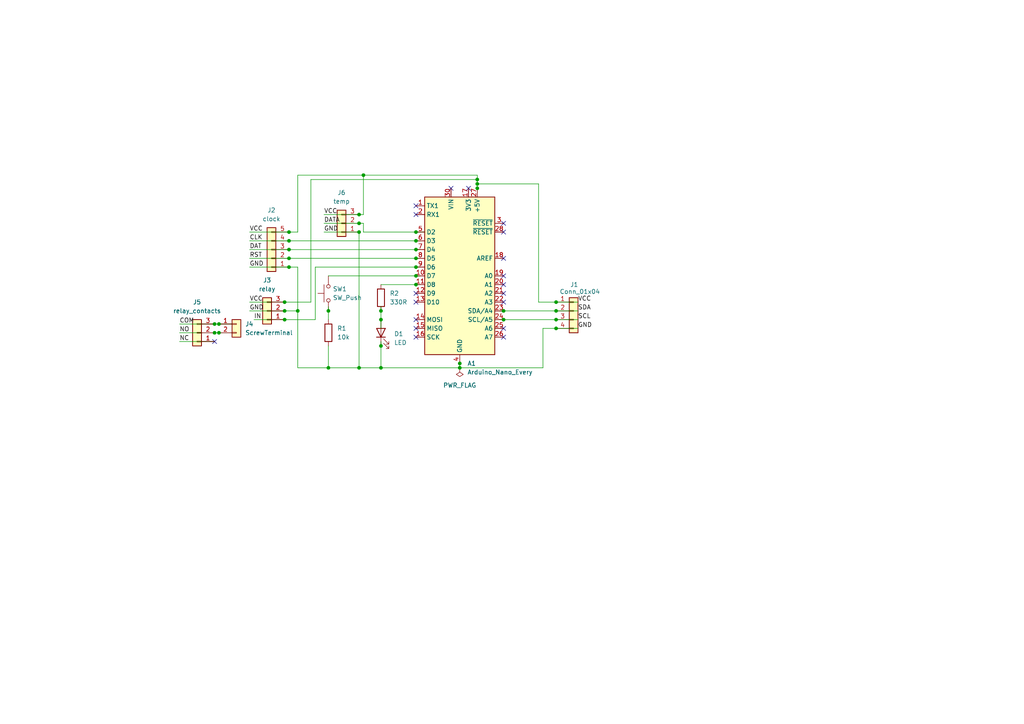
<source format=kicad_sch>
(kicad_sch (version 20231120) (generator "eeschema") (generator_version "8.0")
  (paper "A4")
  (lib_symbols
    (symbol "Connector_Generic:Conn_01x02" (pin_names (offset 1.016) hide)
      (property "Reference" "J" (at 0 2.54 0))
      (property "Value" "Conn_01x02" (at 0 -5.08 0))
      (symbol "Conn_01x02_1_1"
        (rectangle (start -1.27 -2.413) (end 0 -2.667) (stroke (width 0.1524)))
        (rectangle (start -1.27 0.127) (end 0 -0.127) (stroke (width 0.1524)))
        (rectangle (start -1.27 1.27) (end 1.27 -3.81) (stroke (width 0.254)) (fill (type background)))
        (pin passive line (at -5.08 0 0) (length 3.81) (name "Pin_1") (number "1"))
        (pin passive line (at -5.08 -2.54 0) (length 3.81) (name "Pin_2") (number "2"))
      )
    )
    (symbol "Connector_Generic:Conn_01x03" (pin_names (offset 1.016) hide)
      (property "Reference" "J" (at 0 5.08 0))
      (property "Value" "Conn_01x03" (at 0 -5.08 0))
      (symbol "Conn_01x03_1_1"
        (rectangle (start -1.27 -2.413) (end 0 -2.667) (stroke (width 0.1524)))
        (rectangle (start -1.27 0.127) (end 0 -0.127) (stroke (width 0.1524)))
        (rectangle (start -1.27 2.667) (end 0 2.413) (stroke (width 0.1524)))
        (rectangle (start -1.27 3.81) (end 1.27 -3.81) (stroke (width 0.254)) (fill (type background)))
        (pin passive line (at -5.08 2.54 0) (length 3.81) (name "Pin_1") (number "1"))
        (pin passive line (at -5.08 0 0) (length 3.81) (name "Pin_2") (number "2"))
        (pin passive line (at -5.08 -2.54 0) (length 3.81) (name "Pin_3") (number "3"))
      )
    )
    (symbol "Connector_Generic:Conn_01x04" (pin_names (offset 1.016) hide)
      (property "Reference" "J" (at 0 5.08 0))
      (property "Value" "Conn_01x04" (at 0 -7.62 0))
      (symbol "Conn_01x04_1_1"
        (rectangle (start -1.27 -4.953) (end 0 -5.207) (stroke (width 0.1524)))
        (rectangle (start -1.27 -2.413) (end 0 -2.667) (stroke (width 0.1524)))
        (rectangle (start -1.27 0.127) (end 0 -0.127) (stroke (width 0.1524)))
        (rectangle (start -1.27 2.667) (end 0 2.413) (stroke (width 0.1524)))
        (rectangle (start -1.27 3.81) (end 1.27 -6.35) (stroke (width 0.254)) (fill (type background)))
        (pin passive line (at -5.08 2.54 0) (length 3.81) (name "Pin_1") (number "1"))
        (pin passive line (at -5.08 0 0) (length 3.81) (name "Pin_2") (number "2"))
        (pin passive line (at -5.08 -2.54 0) (length 3.81) (name "Pin_3") (number "3"))
        (pin passive line (at -5.08 -5.08 0) (length 3.81) (name "Pin_4") (number "4"))
      )
    )
    (symbol "Connector_Generic:Conn_01x05" (pin_names (offset 1.016) hide)
      (property "Reference" "J" (at 0 7.62 0))
      (property "Value" "Conn_01x05" (at 0 -7.62 0))
      (symbol "Conn_01x05_1_1"
        (rectangle (start -1.27 -4.953) (end 0 -5.207) (stroke (width 0.1524)))
        (rectangle (start -1.27 -2.413) (end 0 -2.667) (stroke (width 0.1524)))
        (rectangle (start -1.27 0.127) (end 0 -0.127) (stroke (width 0.1524)))
        (rectangle (start -1.27 2.667) (end 0 2.413) (stroke (width 0.1524)))
        (rectangle (start -1.27 5.207) (end 0 4.953) (stroke (width 0.1524)))
        (rectangle (start -1.27 6.35) (end 1.27 -6.35) (stroke (width 0.254)) (fill (type background)))
        (pin passive line (at -5.08 5.08 0) (length 3.81) (name "Pin_1") (number "1"))
        (pin passive line (at -5.08 2.54 0) (length 3.81) (name "Pin_2") (number "2"))
        (pin passive line (at -5.08 0 0) (length 3.81) (name "Pin_3") (number "3"))
        (pin passive line (at -5.08 -2.54 0) (length 3.81) (name "Pin_4") (number "4"))
        (pin passive line (at -5.08 -5.08 0) (length 3.81) (name "Pin_5") (number "5"))
      )
    )
    (symbol "Device:LED" (pin_numbers hide) (pin_names (offset 1.016) hide)
      (property "Reference" "D" (at 0 2.54 0))
      (property "Value" "LED" (at 0 -2.54 0))
      (symbol "LED_0_1"
        (polyline (pts (xy -1.27 -1.27) (xy -1.27 1.27)) (stroke (width 0.254)))
        (polyline (pts (xy -1.27 0) (xy 1.27 0)))
        (polyline (pts (xy 1.27 -1.27) (xy 1.27 1.27) (xy -1.27 0) (xy 1.27 -1.27)) (stroke (width 0.254)))
        (polyline (pts (xy -3.048 -0.762) (xy -4.572 -2.286) (xy -3.81 -2.286) (xy -4.572 -2.286) (xy -4.572 -1.524)))
        (polyline (pts (xy -1.778 -0.762) (xy -3.302 -2.286) (xy -2.54 -2.286) (xy -3.302 -2.286) (xy -3.302 -1.524)))
      )
      (symbol "LED_1_1"
        (pin passive line (at -3.81 0 0) (length 2.54) (name "K") (number "1"))
        (pin passive line (at 3.81 0 180) (length 2.54) (name "A") (number "2"))
      )
    )
    (symbol "Device:R" (pin_numbers hide) (pin_names (offset 0))
      (property "Reference" "R" (at 2.032 0 90))
      (property "Value" "R" (at 0 0 90))
      (symbol "R_0_1"
        (rectangle (start -1.016 -2.54) (end 1.016 2.54) (stroke (width 0.254)))
      )
      (symbol "R_1_1"
        (pin passive line (at 0 3.81 270) (length 1.27) (name "~") (number "1"))
        (pin passive line (at 0 -3.81 90) (length 1.27) (name "~") (number "2"))
      )
    )
    (symbol "MCU_Module:Arduino_Nano_Every"
      (property "Reference" "A" (at -10.16 23.495 0))
      (property "Value" "Arduino_Nano_Every" (at 5.08 -24.13 0))
      (symbol "Arduino_Nano_Every_0_1"
        (rectangle (start -10.16 22.86) (end 10.16 -22.86) (stroke (width 0.254)) (fill (type background)))
      )
      (symbol "Arduino_Nano_Every_1_1"
        (pin bidirectional line (at -12.7 20.32 0) (length 2.54) (name "TX1") (number "1"))
        (pin bidirectional line (at -12.7 0 0) (length 2.54) (name "D7") (number "10"))
        (pin bidirectional line (at -12.7 -2.54 0) (length 2.54) (name "D8") (number "11"))
        (pin bidirectional line (at -12.7 -5.08 0) (length 2.54) (name "D9") (number "12"))
        (pin bidirectional line (at -12.7 -7.62 0) (length 2.54) (name "D10") (number "13"))
        (pin bidirectional line (at -12.7 -12.7 0) (length 2.54) (name "MOSI") (number "14"))
        (pin bidirectional line (at -12.7 -15.24 0) (length 2.54) (name "MISO") (number "15"))
        (pin bidirectional line (at -12.7 -17.78 0) (length 2.54) (name "SCK") (number "16"))
        (pin power_out line (at 2.54 25.4 270) (length 2.54) (name "3V3") (number "17"))
        (pin input line (at 12.7 5.08 180) (length 2.54) (name "AREF") (number "18"))
        (pin bidirectional line (at 12.7 0 180) (length 2.54) (name "A0") (number "19"))
        (pin bidirectional line (at -12.7 17.78 0) (length 2.54) (name "RX1") (number "2"))
        (pin bidirectional line (at 12.7 -2.54 180) (length 2.54) (name "A1") (number "20"))
        (pin bidirectional line (at 12.7 -5.08 180) (length 2.54) (name "A2") (number "21"))
        (pin bidirectional line (at 12.7 -7.62 180) (length 2.54) (name "A3") (number "22"))
        (pin bidirectional line (at 12.7 -10.16 180) (length 2.54) (name "SDA/A4") (number "23"))
        (pin bidirectional line (at 12.7 -12.7 180) (length 2.54) (name "SCL/A5") (number "24"))
        (pin bidirectional line (at 12.7 -15.24 180) (length 2.54) (name "A6") (number "25"))
        (pin bidirectional line (at 12.7 -17.78 180) (length 2.54) (name "A7") (number "26"))
        (pin power_out line (at 5.08 25.4 270) (length 2.54) (name "+5V") (number "27"))
        (pin input line (at 12.7 12.7 180) (length 2.54) (name "~{RESET}") (number "28"))
        (pin passive line (at 0 -25.4 90) (length 2.54) hide (name "GND") (number "29"))
        (pin input line (at 12.7 15.24 180) (length 2.54) (name "~{RESET}") (number "3"))
        (pin power_in line (at -2.54 25.4 270) (length 2.54) (name "VIN") (number "30"))
        (pin power_in line (at 0 -25.4 90) (length 2.54) (name "GND") (number "4"))
        (pin bidirectional line (at -12.7 12.7 0) (length 2.54) (name "D2") (number "5"))
        (pin bidirectional line (at -12.7 10.16 0) (length 2.54) (name "D3") (number "6"))
        (pin bidirectional line (at -12.7 7.62 0) (length 2.54) (name "D4") (number "7"))
        (pin bidirectional line (at -12.7 5.08 0) (length 2.54) (name "D5") (number "8"))
        (pin bidirectional line (at -12.7 2.54 0) (length 2.54) (name "D6") (number "9"))
      )
    )
    (symbol "Switch:SW_Push" (pin_numbers hide) (pin_names (offset 1.016) hide)
      (property "Reference" "SW" (at 1.27 2.54 0))
      (property "Value" "SW_Push" (at 0 -1.524 0))
      (symbol "SW_Push_0_1"
        (circle (center -2.032 0) (radius 0.508))
        (polyline (pts (xy 0 1.27) (xy 0 3.048)))
        (polyline (pts (xy 2.54 1.27) (xy -2.54 1.27)))
        (circle (center 2.032 0) (radius 0.508))
        (pin passive line (at -5.08 0 0) (length 2.54) (name "1") (number "1"))
        (pin passive line (at 5.08 0 180) (length 2.54) (name "2") (number "2"))
      )
    )
    (symbol "power:PWR_FLAG" (power) (pin_numbers hide) (pin_names (offset 0) hide)
      (property "Value" "PWR_FLAG" (at 0 3.81 0))
      (symbol "PWR_FLAG_0_0"
        (pin power_out line (at 0 0 90) (length 0) (name "~") (number "1"))
      )
      (symbol "PWR_FLAG_0_1"
        (polyline (pts (xy 0 0) (xy 0 1.27) (xy -1.016 1.905) (xy 0 2.54) (xy 1.016 1.905) (xy 0 1.27)))
      )
    )
  )
  (junction (at 120.65 80.01))
  (junction (at 138.43 54.61))
  (junction (at 62.23 93.98))
  (junction (at 110.49 92.71))
  (junction (at 110.49 106.68))
  (junction (at 83.82 69.85))
  (junction (at 104.14 67.31))
  (junction (at 105.41 50.8))
  (junction (at 62.23 96.52))
  (junction (at 82.55 92.71))
  (junction (at 82.55 87.63))
  (junction (at 120.65 82.55))
  (junction (at 104.14 62.23))
  (junction (at 104.14 64.77))
  (junction (at 83.82 67.31))
  (junction (at 83.82 74.93))
  (junction (at 161.29 92.71))
  (junction (at 95.25 90.17))
  (junction (at 104.14 106.68))
  (junction (at 63.5 93.98))
  (junction (at 110.49 90.17))
  (junction (at 138.43 53.34))
  (junction (at 133.35 105.41))
  (junction (at 161.29 95.25))
  (junction (at 138.43 52.07))
  (junction (at 82.55 90.17))
  (junction (at 161.29 87.63))
  (junction (at 83.82 77.47))
  (junction (at 146.05 92.71))
  (junction (at 120.65 69.85))
  (junction (at 161.29 90.17))
  (junction (at 146.05 90.17))
  (junction (at 120.65 74.93))
  (junction (at 120.65 67.31))
  (junction (at 133.35 106.68))
  (junction (at 86.36 90.17))
  (junction (at 110.49 100.33))
  (junction (at 120.65 77.47))
  (junction (at 95.25 106.68))
  (junction (at 120.65 72.39))
  (junction (at 83.82 72.39))
  (junction (at 63.5 96.52))
  (no_connect (at 146.05 97.79))
  (no_connect (at 146.05 85.09))
  (no_connect (at 120.65 85.09))
  (no_connect (at 146.05 64.77))
  (no_connect (at 62.23 99.06))
  (no_connect (at 146.05 80.01))
  (no_connect (at 120.65 95.25))
  (no_connect (at 146.05 82.55))
  (no_connect (at 120.65 62.23))
  (no_connect (at 146.05 67.31))
  (no_connect (at 146.05 95.25))
  (no_connect (at 130.81 54.61))
  (no_connect (at 120.65 87.63))
  (no_connect (at 120.65 92.71))
  (no_connect (at 146.05 87.63))
  (no_connect (at 135.89 54.61))
  (no_connect (at 146.05 74.93))
  (no_connect (at 120.65 97.79))
  (no_connect (at 120.65 59.69))
  (wire (pts (xy 104.14 106.68) (xy 110.49 106.68)))
  (wire (pts (xy 120.65 74.93) (xy 121.92 74.93)))
  (wire (pts (xy 93.98 62.23) (xy 104.14 62.23)))
  (wire (pts (xy 110.49 90.17) (xy 110.49 92.71)))
  (wire (pts (xy 72.39 74.93) (xy 83.82 74.93)))
  (wire (pts (xy 105.41 67.31) (xy 120.65 67.31)))
  (wire (pts (xy 62.23 93.98) (xy 63.5 93.98)))
  (wire (pts (xy 86.36 50.8) (xy 105.41 50.8)))
  (wire (pts (xy 157.48 106.68) (xy 157.48 95.25)))
  (wire (pts (xy 110.49 99.06) (xy 110.49 100.33)))
  (wire (pts (xy 156.21 87.63) (xy 156.21 53.34)))
  (wire (pts (xy 91.44 92.71) (xy 91.44 77.47)))
  (wire (pts (xy 95.25 90.17) (xy 95.25 92.71)))
  (wire (pts (xy 72.39 67.31) (xy 83.82 67.31)))
  (wire (pts (xy 120.65 77.47) (xy 121.92 77.47)))
  (wire (pts (xy 133.35 102.87) (xy 133.35 105.41)))
  (wire (pts (xy 110.49 82.55) (xy 120.65 82.55)))
  (wire (pts (xy 120.65 80.01) (xy 121.92 80.01)))
  (wire (pts (xy 138.43 50.8) (xy 138.43 52.07)))
  (wire (pts (xy 86.36 106.68) (xy 95.25 106.68)))
  (wire (pts (xy 104.14 67.31) (xy 104.14 106.68)))
  (wire (pts (xy 63.5 93.98) (xy 67.31 93.98)))
  (wire (pts (xy 82.55 92.71) (xy 91.44 92.71)))
  (wire (pts (xy 161.29 87.63) (xy 156.21 87.63)))
  (wire (pts (xy 105.41 62.23) (xy 105.41 50.8)))
  (wire (pts (xy 62.23 96.52) (xy 63.5 96.52)))
  (wire (pts (xy 157.48 95.25) (xy 161.29 95.25)))
  (wire (pts (xy 146.05 90.17) (xy 161.29 90.17)))
  (wire (pts (xy 144.78 90.17) (xy 146.05 90.17)))
  (wire (pts (xy 161.29 87.63) (xy 167.64 87.63)))
  (wire (pts (xy 90.17 52.07) (xy 138.43 52.07)))
  (wire (pts (xy 120.65 72.39) (xy 121.92 72.39)))
  (wire (pts (xy 161.29 95.25) (xy 167.64 95.25)))
  (wire (pts (xy 82.55 87.63) (xy 90.17 87.63)))
  (wire (pts (xy 52.07 99.06) (xy 62.23 99.06)))
  (wire (pts (xy 83.82 72.39) (xy 120.65 72.39)))
  (wire (pts (xy 52.07 93.98) (xy 62.23 93.98)))
  (wire (pts (xy 146.05 92.71) (xy 161.29 92.71)))
  (wire (pts (xy 95.25 80.01) (xy 120.65 80.01)))
  (wire (pts (xy 120.65 69.85) (xy 121.92 69.85)))
  (wire (pts (xy 63.5 96.52) (xy 67.31 96.52)))
  (wire (pts (xy 95.25 106.68) (xy 104.14 106.68)))
  (wire (pts (xy 95.25 88.9) (xy 95.25 90.17)))
  (wire (pts (xy 110.49 92.71) (xy 110.49 95.25)))
  (wire (pts (xy 133.35 105.41) (xy 133.35 106.68)))
  (wire (pts (xy 86.36 77.47) (xy 86.36 90.17)))
  (wire (pts (xy 120.65 82.55) (xy 121.92 82.55)))
  (wire (pts (xy 83.82 67.31) (xy 86.36 67.31)))
  (wire (pts (xy 82.55 90.17) (xy 86.36 90.17)))
  (wire (pts (xy 52.07 96.52) (xy 62.23 96.52)))
  (wire (pts (xy 161.29 90.17) (xy 167.64 90.17)))
  (wire (pts (xy 93.98 64.77) (xy 104.14 64.77)))
  (wire (pts (xy 104.14 62.23) (xy 105.41 62.23)))
  (wire (pts (xy 138.43 52.07) (xy 138.43 53.34)))
  (wire (pts (xy 138.43 54.61) (xy 138.43 55.88)))
  (wire (pts (xy 105.41 50.8) (xy 138.43 50.8)))
  (wire (pts (xy 91.44 77.47) (xy 120.65 77.47)))
  (wire (pts (xy 72.39 77.47) (xy 83.82 77.47)))
  (wire (pts (xy 105.41 64.77) (xy 105.41 67.31)))
  (wire (pts (xy 157.48 106.68) (xy 133.35 106.68)))
  (wire (pts (xy 72.39 72.39) (xy 83.82 72.39)))
  (wire (pts (xy 83.82 77.47) (xy 86.36 77.47)))
  (wire (pts (xy 72.39 90.17) (xy 82.55 90.17)))
  (wire (pts (xy 104.14 64.77) (xy 105.41 64.77)))
  (wire (pts (xy 120.65 67.31) (xy 123.19 67.31)))
  (wire (pts (xy 83.82 69.85) (xy 120.65 69.85)))
  (wire (pts (xy 83.82 74.93) (xy 120.65 74.93)))
  (wire (pts (xy 110.49 100.33) (xy 110.49 106.68)))
  (wire (pts (xy 156.21 53.34) (xy 138.43 53.34)))
  (wire (pts (xy 86.36 67.31) (xy 86.36 50.8)))
  (wire (pts (xy 86.36 90.17) (xy 86.36 106.68)))
  (wire (pts (xy 161.29 92.71) (xy 167.64 92.71)))
  (wire (pts (xy 72.39 87.63) (xy 82.55 87.63)))
  (wire (pts (xy 110.49 106.68) (xy 133.35 106.68)))
  (wire (pts (xy 93.98 67.31) (xy 104.14 67.31)))
  (wire (pts (xy 95.25 100.33) (xy 95.25 106.68)))
  (wire (pts (xy 144.78 92.71) (xy 146.05 92.71)))
  (wire (pts (xy 73.66 92.71) (xy 82.55 92.71)))
  (wire (pts (xy 90.17 87.63) (xy 90.17 52.07)))
  (wire (pts (xy 72.39 69.85) (xy 83.82 69.85)))
  (wire (pts (xy 138.43 53.34) (xy 138.43 54.61)))
  (wire (pts (xy 110.49 88.9) (xy 110.49 90.17)))
  (label "RST" (at 72.39 74.93 0))
  (label "GND" (at 72.39 90.17 0))
  (label "DAT" (at 72.39 72.39 0))
  (label "IN" (at 73.66 92.71 0))
  (label "VCC" (at 93.98 62.23 0))
  (label "GND" (at 93.98 67.31 0))
  (label "VCC" (at 72.39 87.63 0))
  (label "NC" (at 52.07 99.06 0))
  (label "VCC" (at 72.39 67.31 0))
  (label "VCC" (at 167.64 87.63 0))
  (label "DATA" (at 93.98 64.77 0))
  (label "GND" (at 72.39 77.47 0))
  (label "SCL" (at 167.64 92.71 0))
  (label "COM" (at 52.07 93.98 0))
  (label "GND" (at 167.64 95.25 0))
  (label "CLK" (at 72.39 69.85 0))
  (label "SDA" (at 167.64 90.17 0))
  (label "NO" (at 52.07 96.52 0))
  (symbol (lib_id "Device:R") (at 95.25 96.52 0) (unit 1)
    (property "Reference" "R1" (at 97.79 95.2499 0) (effects (justify left)))
    (property "Value" "10k" (at 97.79 97.7899 0) (effects (justify left)))
    (property "Footprint" "Resistor_THT:R_Axial_DIN0309_L9.0mm_D3.2mm_P2.54mm_Vertical" (effects (hide yes)))
    (property "Description" "Resistor" (effects (hide yes)))
  )
  (symbol (lib_id "Connector_Generic:Conn_01x03") (at 77.47 90.17 180) (unit 1)
    (property "Reference" "J3" (at 77.47 81.28 0))
    (property "Value" "relay" (at 77.47 83.82 0))
    (property "Footprint" "Connector_PinHeader_2.54mm:PinHeader_1x03_P2.54mm_Vertical" (effects (hide yes)))
    (property "Description" "Generic connector, single row, 01x03, script generated (kicad-library-utils/schlib/autogen/connector/)" (effects (hide yes)))
  )
  (symbol (lib_id "Device:R") (at 110.49 86.36 0) (unit 1)
    (property "Reference" "R2" (at 113.03 85.0899 0) (effects (justify left)))
    (property "Value" "330R" (at 113.03 87.6299 0) (effects (justify left)))
    (property "Footprint" "Resistor_THT:R_Axial_DIN0309_L9.0mm_D3.2mm_P2.54mm_Vertical" (effects (hide yes)))
    (property "Description" "Resistor" (effects (hide yes)))
  )
  (symbol (lib_id "Switch:SW_Push") (at 95.25 85.09 90) (unit 1)
    (property "Reference" "SW1" (at 96.52 83.8199 90) (effects (justify right)))
    (property "Value" "SW_Push" (at 96.52 86.3599 90) (effects (justify right)))
    (property "Footprint" "Button_Switch_THT:SW_PUSH_6mm" (effects (hide yes)))
    (property "Description" "Push button switch, generic, two pins" (effects (hide yes)))
  )
  (symbol (lib_id "Device:LED") (at 110.49 96.52 90) (unit 1)
    (property "Reference" "D1" (at 114.3 96.8374 90) (effects (justify right)))
    (property "Value" "LED" (at 114.3 99.3774 90) (effects (justify right)))
    (property "Footprint" "LED_THT:LED_D5.0mm" (effects (hide yes)))
    (property "Description" "Light emitting diode" (effects (hide yes)))
  )
  (symbol (lib_id "Connector_Generic:Conn_01x02") (at 68.58 93.98 0) (unit 1)
    (property "Reference" "J4" (at 71.12 93.9799 0) (effects (justify left)))
    (property "Value" "ScrewTerminal" (at 71.12 96.5199 0) (effects (justify left)))
    (property "Footprint" "Connector_PinHeader_2.54mm:PinHeader_1x02_P2.54mm_Vertical" (effects (hide yes)))
    (property "Description" "Generic connector, single row, 01x02, script generated (kicad-library-utils/schlib/autogen/connector/)" (effects (hide yes)))
  )
  (symbol (lib_id "power:PWR_FLAG") (at 133.35 106.68 180) (unit 1)
    (property "Reference" "#FLG01" (effects (hide yes)))
    (property "Value" "PWR_FLAG" (at 133.35 111.76 0))
    (property "Description" "Special symbol for telling ERC where power comes from" (effects (hide yes)))
  )
  (symbol (lib_id "MCU_Module:Arduino_Nano_Every") (at 133.35 80.01 0) (unit 1)
    (property "Reference" "A1" (at 135.5441 105.41 0) (effects (justify left)))
    (property "Value" "Arduino_Nano_Every" (at 135.5441 107.95 0) (effects (justify left)))
    (property "Footprint" "Module:Arduino_Nano" (effects (hide yes)))
    (property "Datasheet" "https://content.arduino.cc/assets/NANOEveryV3.0_sch.pdf" (effects (hide yes)))
    (property "Description" "Arduino Nano Every" (effects (hide yes)))
  )
  (symbol (lib_id "Connector_Generic:Conn_01x05") (at 78.74 72.39 180) (unit 1)
    (property "Reference" "J2" (at 78.74 60.96 0))
    (property "Value" "clock" (at 78.74 63.5 0))
    (property "Footprint" "Connector_PinHeader_2.54mm:PinHeader_1x05_P2.54mm_Vertical" (effects (hide yes)))
    (property "Description" "Generic connector, single row, 01x05, script generated (kicad-library-utils/schlib/autogen/connector/)" (effects (hide yes)))
  )
  (symbol (lib_id "Connector_Generic:Conn_01x04") (at 166.37 90.17 0) (unit 1)
    (property "Reference" "J1" (at 165.354 82.55 0) (effects (justify left)))
    (property "Value" "Conn_01x04" (at 162.306 84.582 0) (effects (justify left)))
    (property "Footprint" "Connector_PinHeader_2.54mm:PinHeader_1x04_P2.54mm_Vertical" (effects (hide yes)))
    (property "Description" "Generic connector, single row, 01x04, script generated (kicad-library-utils/schlib/autogen/connector/)" (effects (hide yes)))
  )
  (symbol (lib_id "Connector_Generic:Conn_01x03") (at 57.15 96.52 180) (unit 1)
    (property "Reference" "J5" (at 57.15 87.63 0))
    (property "Value" "relay_contacts" (at 57.15 90.17 0))
    (property "Footprint" "Connector_PinHeader_2.54mm:PinHeader_1x03_P2.54mm_Vertical" (effects (hide yes)))
    (property "Description" "Generic connector, single row, 01x03, script generated (kicad-library-utils/schlib/autogen/connector/)" (effects (hide yes)))
  )
  (symbol (lib_id "Connector_Generic:Conn_01x03") (at 99.06 64.77 180) (unit 1)
    (property "Reference" "J6" (at 99.06 55.88 0))
    (property "Value" "temp" (at 99.06 58.42 0))
    (property "Footprint" "Connector_PinHeader_2.54mm:PinHeader_1x03_P2.54mm_Vertical" (effects (hide yes)))
    (property "Description" "Generic connector, single row, 01x03, script generated (kicad-library-utils/schlib/autogen/connector/)" (effects (hide yes)))
  )
)
</source>
